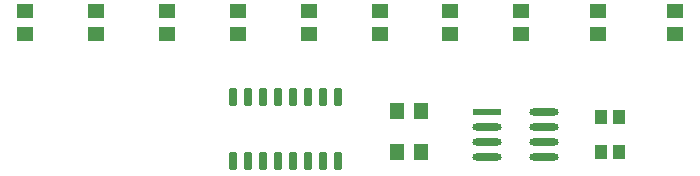
<source format=gtp>
G04*
G04 #@! TF.GenerationSoftware,Altium Limited,Altium Designer,24.1.2 (44)*
G04*
G04 Layer_Color=8421504*
%FSLAX44Y44*%
%MOMM*%
G71*
G04*
G04 #@! TF.SameCoordinates,D1532E8E-0FCC-4109-960E-C101D303889C*
G04*
G04*
G04 #@! TF.FilePolarity,Positive*
G04*
G01*
G75*
%ADD14R,1.2000X1.4500*%
%ADD15R,1.0000X1.3000*%
%ADD16R,1.4500X1.2000*%
G04:AMPARAMS|DCode=17|XSize=0.6mm|YSize=1.45mm|CornerRadius=0.051mm|HoleSize=0mm|Usage=FLASHONLY|Rotation=0.000|XOffset=0mm|YOffset=0mm|HoleType=Round|Shape=RoundedRectangle|*
%AMROUNDEDRECTD17*
21,1,0.6000,1.3480,0,0,0.0*
21,1,0.4980,1.4500,0,0,0.0*
1,1,0.1020,0.2490,-0.6740*
1,1,0.1020,-0.2490,-0.6740*
1,1,0.1020,-0.2490,0.6740*
1,1,0.1020,0.2490,0.6740*
%
%ADD17ROUNDEDRECTD17*%
G04:AMPARAMS|DCode=18|XSize=2.4692mm|YSize=0.6221mm|CornerRadius=0.3111mm|HoleSize=0mm|Usage=FLASHONLY|Rotation=0.000|XOffset=0mm|YOffset=0mm|HoleType=Round|Shape=RoundedRectangle|*
%AMROUNDEDRECTD18*
21,1,2.4692,0.0000,0,0,0.0*
21,1,1.8470,0.6221,0,0,0.0*
1,1,0.6221,0.9235,0.0000*
1,1,0.6221,-0.9235,0.0000*
1,1,0.6221,-0.9235,0.0000*
1,1,0.6221,0.9235,0.0000*
%
%ADD18ROUNDEDRECTD18*%
%ADD19R,2.4692X0.6221*%
D14*
X340000Y30000D02*
D03*
X360000D02*
D03*
Y65000D02*
D03*
X340000D02*
D03*
D15*
X527500Y30000D02*
D03*
X512500D02*
D03*
X527500Y60000D02*
D03*
X512500D02*
D03*
D16*
X575000Y150000D02*
D03*
Y130000D02*
D03*
X510000Y150000D02*
D03*
Y130000D02*
D03*
X445000Y150000D02*
D03*
Y130000D02*
D03*
X385000Y150000D02*
D03*
Y130000D02*
D03*
X325000Y150000D02*
D03*
Y130000D02*
D03*
X265000Y150000D02*
D03*
Y130000D02*
D03*
X205000Y150000D02*
D03*
Y130000D02*
D03*
X145000Y150000D02*
D03*
Y130000D02*
D03*
X85000Y150000D02*
D03*
Y130000D02*
D03*
X25000Y150000D02*
D03*
Y130000D02*
D03*
D17*
X289450Y77250D02*
D03*
X276750D02*
D03*
X264050D02*
D03*
X251350D02*
D03*
X238650D02*
D03*
X225950D02*
D03*
X213250D02*
D03*
X200550D02*
D03*
X289450Y22750D02*
D03*
X276750D02*
D03*
X264050D02*
D03*
X251350D02*
D03*
X238650D02*
D03*
X225950D02*
D03*
X213250D02*
D03*
X200550D02*
D03*
D18*
X464136Y64050D02*
D03*
Y51350D02*
D03*
Y38650D02*
D03*
Y25950D02*
D03*
X415864D02*
D03*
Y38650D02*
D03*
Y51350D02*
D03*
D19*
Y64050D02*
D03*
M02*

</source>
